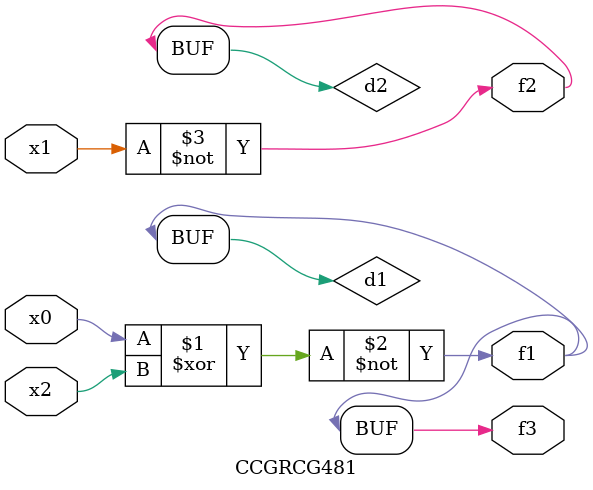
<source format=v>
module CCGRCG481(
	input x0, x1, x2,
	output f1, f2, f3
);

	wire d1, d2, d3;

	xnor (d1, x0, x2);
	nand (d2, x1);
	nor (d3, x1, x2);
	assign f1 = d1;
	assign f2 = d2;
	assign f3 = d1;
endmodule

</source>
